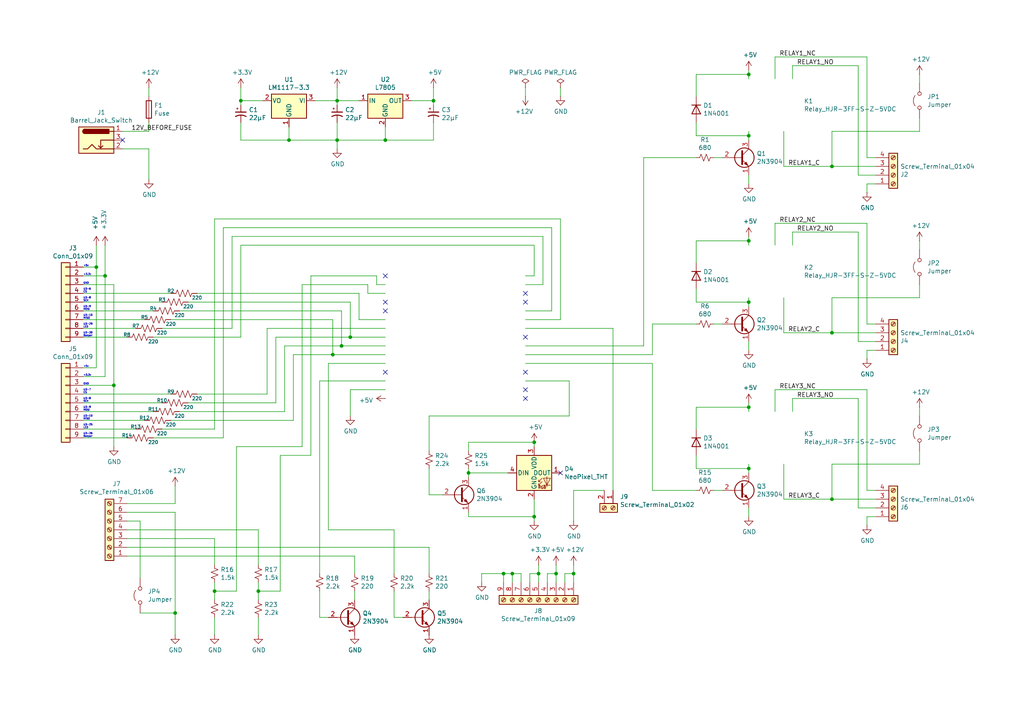
<source format=kicad_sch>
(kicad_sch (version 20250114) (generator "eeschema") (generator_version "9.0")
  (paper "A4")
  (lib_symbols
    (symbol "Connector:Barrel_Jack_Switch" (pin_names (hide yes))
      (property "Reference" "J" (at 0 5.334 0))
      (property "Value" "Barrel_Jack_Switch" (at 0 -5.08 0))
      (symbol "Barrel_Jack_Switch_1_1"
        (pin passive line (at 7.62 2.54 180) (length 2.54) (name "~") (number "1"))
        (pin passive line (at 7.62 0 180) (length 2.54) (name "~") (number "3"))
        (pin passive line (at 7.62 -2.54 180) (length 2.54) (name "~") (number "2"))
      )
    )
    (symbol "Connector:Screw_Terminal_01x02" (pin_names (offset 1.016) (hide yes))
      (property "Reference" "J" (at 0 2.54 0))
      (property "Value" "Screw_Terminal_01x02" (at 0 -5.08 0))
      (symbol "Screw_Terminal_01x02_1_1"
        (pin passive line (at -5.08 0 0) (length 3.81) (name "Pin_1") (number "1"))
        (pin passive line (at -5.08 -2.54 0) (length 3.81) (name "Pin_2") (number "2"))
      )
    )
    (symbol "Connector:Screw_Terminal_01x04" (pin_names (offset 1.016) (hide yes))
      (property "Reference" "J" (at 0 5.08 0))
      (property "Value" "Screw_Terminal_01x04" (at 0 -7.62 0))
      (symbol "Screw_Terminal_01x04_1_1"
        (pin passive line (at -5.08 2.54 0) (length 3.81) (name "Pin_1") (number "1"))
        (pin passive line (at -5.08 0 0) (length 3.81) (name "Pin_2") (number "2"))
        (pin passive line (at -5.08 -2.54 0) (length 3.81) (name "Pin_3") (number "3"))
        (pin passive line (at -5.08 -5.08 0) (length 3.81) (name "Pin_4") (number "4"))
      )
    )
    (symbol "Connector:Screw_Terminal_01x07" (pin_names (offset 1.016) (hide yes))
      (property "Reference" "J" (at 0 10.16 0))
      (property "Value" "Screw_Terminal_01x07" (at 0 -10.16 0))
      (symbol "Screw_Terminal_01x07_1_1"
        (pin passive line (at -5.08 7.62 0) (length 3.81) (name "Pin_1") (number "1"))
        (pin passive line (at -5.08 5.08 0) (length 3.81) (name "Pin_2") (number "2"))
        (pin passive line (at -5.08 2.54 0) (length 3.81) (name "Pin_3") (number "3"))
        (pin passive line (at -5.08 0 0) (length 3.81) (name "Pin_4") (number "4"))
        (pin passive line (at -5.08 -2.54 0) (length 3.81) (name "Pin_5") (number "5"))
        (pin passive line (at -5.08 -5.08 0) (length 3.81) (name "Pin_6") (number "6"))
        (pin passive line (at -5.08 -7.62 0) (length 3.81) (name "Pin_7") (number "7"))
      )
    )
    (symbol "Connector:Screw_Terminal_01x09" (pin_names (offset 1.016) (hide yes))
      (property "Reference" "J" (at 0 12.7 0))
      (property "Value" "Screw_Terminal_01x09" (at 0 -12.7 0))
      (symbol "Screw_Terminal_01x09_1_1"
        (pin passive line (at -5.08 10.16 0) (length 3.81) (name "Pin_1") (number "1"))
        (pin passive line (at -5.08 7.62 0) (length 3.81) (name "Pin_2") (number "2"))
        (pin passive line (at -5.08 5.08 0) (length 3.81) (name "Pin_3") (number "3"))
        (pin passive line (at -5.08 2.54 0) (length 3.81) (name "Pin_4") (number "4"))
        (pin passive line (at -5.08 0 0) (length 3.81) (name "Pin_5") (number "5"))
        (pin passive line (at -5.08 -2.54 0) (length 3.81) (name "Pin_6") (number "6"))
        (pin passive line (at -5.08 -5.08 0) (length 3.81) (name "Pin_7") (number "7"))
        (pin passive line (at -5.08 -7.62 0) (length 3.81) (name "Pin_8") (number "8"))
        (pin passive line (at -5.08 -10.16 0) (length 3.81) (name "Pin_9") (number "9"))
      )
    )
    (symbol "Connector_Generic:Conn_01x09" (pin_names (offset 1.016) (hide yes))
      (property "Reference" "J" (at 0 12.7 0))
      (property "Value" "Conn_01x09" (at 0 -12.7 0))
      (symbol "Conn_01x09_1_1"
        (pin passive line (at -5.08 10.16 0) (length 3.81) (name "Pin_1") (number "1"))
        (pin passive line (at -5.08 7.62 0) (length 3.81) (name "Pin_2") (number "2"))
        (pin passive line (at -5.08 5.08 0) (length 3.81) (name "Pin_3") (number "3"))
        (pin passive line (at -5.08 2.54 0) (length 3.81) (name "Pin_4") (number "4"))
        (pin passive line (at -5.08 0 0) (length 3.81) (name "Pin_5") (number "5"))
        (pin passive line (at -5.08 -2.54 0) (length 3.81) (name "Pin_6") (number "6"))
        (pin passive line (at -5.08 -5.08 0) (length 3.81) (name "Pin_7") (number "7"))
        (pin passive line (at -5.08 -7.62 0) (length 3.81) (name "Pin_8") (number "8"))
        (pin passive line (at -5.08 -10.16 0) (length 3.81) (name "Pin_9") (number "9"))
      )
    )
    (symbol "Device:CP1_Small" (pin_numbers (hide yes)) (pin_names (offset 0.254) (hide yes))
      (property "Reference" "C" (at 0.254 1.778 0))
      (property "Value" "Device_CP1_Small" (at 0.254 -2.032 0))
      (symbol "CP1_Small_1_1"
        (pin passive line (at 0 2.54 270) (length 2.032) (name "~") (number "1"))
        (pin passive line (at 0 -2.54 90) (length 2.032) (name "~") (number "2"))
      )
    )
    (symbol "Device:Fuse" (pin_numbers (hide yes)) (pin_names (offset 0))
      (property "Reference" "F" (at 2.032 0 90))
      (property "Value" "Fuse" (at -1.905 0 90))
      (symbol "Fuse_1_1"
        (pin passive line (at 0 3.81 270) (length 1.27) (name "~") (number "1"))
        (pin passive line (at 0 -3.81 90) (length 1.27) (name "~") (number "2"))
      )
    )
    (symbol "Device:R_Small_US" (pin_numbers (hide yes)) (pin_names (offset 0.254) (hide yes))
      (property "Reference" "R" (at 0.762 0.508 0))
      (property "Value" "R_Small_US" (at 0.762 -1.016 0))
      (symbol "R_Small_US_1_1"
        (pin passive line (at 0 2.54 270) (length 1.016) (name "~") (number "1"))
        (pin passive line (at 0 -2.54 90) (length 1.016) (name "~") (number "2"))
      )
    )
    (symbol "Device:R_US" (pin_numbers (hide yes)) (pin_names (offset 0))
      (property "Reference" "R" (at 2.54 0 90))
      (property "Value" "R_US" (at -2.54 0 90))
      (symbol "R_US_1_1"
        (pin passive line (at 0 3.81 270) (length 1.27) (name "~") (number "1"))
        (pin passive line (at 0 -3.81 90) (length 1.27) (name "~") (number "2"))
      )
    )
    (symbol "Diode:1N4001" (pin_numbers (hide yes)) (pin_names (hide yes))
      (property "Reference" "D" (at 0 2.54 0))
      (property "Value" "1N4001" (at 0 -2.54 0))
      (symbol "1N4001_1_1"
        (pin passive line (at -3.81 0 0) (length 2.54) (name "K") (number "1"))
        (pin passive line (at 3.81 0 180) (length 2.54) (name "A") (number "2"))
      )
    )
    (symbol "Jumper:Jumper_2_Open" (pin_numbers (hide yes)) (pin_names (offset 0) (hide yes))
      (property "Reference" "JP" (at 0 2.794 0))
      (property "Value" "Jumper_2_Open" (at 0 -2.286 0))
      (symbol "Jumper_2_Open_1_1"
        (pin passive line (at -5.08 0 0) (length 2.54) (name "A") (number "1"))
        (pin passive line (at 5.08 0 180) (length 2.54) (name "B") (number "2"))
      )
    )
    (symbol "LED:NeoPixel_THT" (pin_names (offset 0.254))
      (property "Reference" "D" (at 5.08 5.715 0))
      (property "Value" "NeoPixel_THT" (at 1.27 -5.715 0))
      (symbol "NeoPixel_THT_0_0"
        (text "RGB" (at 2.286 -4.191 0) (effects (font (size 0.762 0.762))))
      )
      (symbol "NeoPixel_THT_1_1"
        (pin input line (at -7.62 0 0) (length 2.54) (name "DIN") (number "4"))
        (pin power_in line (at 0 7.62 270) (length 2.54) (name "VDD") (number "3"))
        (pin power_in line (at 0 -7.62 90) (length 2.54) (name "GND") (number "2"))
        (pin output line (at 7.62 0 180) (length 2.54) (name "DOUT") (number "1"))
      )
    )
    (symbol "Regulator_Linear:L7805" (pin_names (offset 0.254))
      (property "Reference" "U" (at -3.81 3.175 0))
      (property "Value" "L7805" (at 0 3.175 0))
      (symbol "L7805_1_1"
        (pin power_in line (at -7.62 0 0) (length 2.54) (name "IN") (number "1"))
        (pin power_in line (at 0 -7.62 90) (length 2.54) (name "GND") (number "2"))
        (pin power_out line (at 7.62 0 180) (length 2.54) (name "OUT") (number "3"))
      )
    )
    (symbol "Regulator_Linear:LM1117-3.3" (pin_names (offset 0.254))
      (property "Reference" "U" (at -3.81 3.175 0))
      (property "Value" "Regulator_Linear_LM1117-3.3" (at 0 3.175 0))
      (symbol "LM1117-3.3_1_1"
        (pin power_in line (at -7.62 0 0) (length 2.54) (name "VI") (number "3"))
        (pin power_in line (at 0 -7.62 90) (length 2.54) (name "GND") (number "1"))
        (pin power_out line (at 7.62 0 180) (length 2.54) (name "VO") (number "2"))
      )
    )
    (symbol "Transistor_BJT:2N3904" (pin_names (offset 0) (hide yes))
      (property "Reference" "Q" (at 5.08 1.905 0))
      (property "Value" "2N3904" (at 5.08 0 0))
      (symbol "2N3904_1_1"
        (pin input line (at -5.08 0 0) (length 2.54) (name "B") (number "2"))
        (pin passive line (at 2.54 5.08 270) (length 2.54) (name "C") (number "3"))
        (pin passive line (at 2.54 -5.08 90) (length 2.54) (name "E") (number "1"))
      )
    )
    (symbol "power:+12V" (power) (pin_numbers (hide yes)) (pin_names (offset 0) (hide yes))
      (property "Value" "+12V" (at 0 3.556 0))
      (symbol "+12V_1_1"
        (pin power_in line (at 0 0 90) (length 0) (name "~") (number "1"))
      )
    )
    (symbol "power:+3.3V" (power) (pin_numbers (hide yes)) (pin_names (offset 0) (hide yes))
      (property "Value" "+3.3V" (at 0 3.556 0))
      (symbol "+3.3V_1_1"
        (pin power_in line (at 0 0 90) (length 0) (name "~") (number "1"))
      )
    )
    (symbol "power:+5V" (power) (pin_numbers (hide yes)) (pin_names (offset 0) (hide yes))
      (property "Value" "+5V" (at 0 3.556 0))
      (symbol "+5V_1_1"
        (pin power_in line (at 0 0 90) (length 0) (name "~") (number "1"))
      )
    )
    (symbol "power:GND" (power) (pin_numbers (hide yes)) (pin_names (offset 0) (hide yes))
      (property "Value" "GND" (at 0 -3.81 0))
      (symbol "GND_1_1"
        (pin power_in line (at 0 0 270) (length 0) (name "~") (number "1"))
      )
    )
    (symbol "power:PWR_FLAG" (power) (pin_numbers (hide yes)) (pin_names (offset 0) (hide yes))
      (property "Value" "PWR_FLAG" (at 0 3.81 0))
      (symbol "PWR_FLAG_0_0"
        (pin power_out line (at 0 0 90) (length 0) (name "~") (number "1"))
      )
    )
  )
  (text "+5v" (at 24.13 106.68 0) (effects (font (size 0.508 0.508)) (justify left bottom)))
  (text "+5v" (at 24.13 77.47 0) (effects (font (size 0.508 0.508)) (justify left bottom)))
  (text "U3-8\nSCK" (at 24.13 87.63 0) (effects (font (size 0.508 0.508)) (justify left bottom)))
  (text "U3-10\nMISO" (at 24.13 121.92 0) (effects (font (size 0.508 0.508)) (justify left bottom)))
  (text "U3-29\nLED" (at 24.13 95.25 0) (effects (font (size 0.508 0.508)) (justify left bottom)))
  (text "U3-30\nBeeper" (at 24.13 97.79 0) (effects (font (size 0.508 0.508)) (justify left bottom)))
  (text "+3.3v" (at 24.13 80.01 0) (effects (font (size 0.508 0.508)) (justify left bottom)))
  (text "U3-6\nCS" (at 24.13 85.09 0) (effects (font (size 0.508 0.508)) (justify left bottom)))
  (text "+3.3v" (at 24.13 109.22 0) (effects (font (size 0.508 0.508)) (justify left bottom)))
  (text "U3-7\nCS" (at 24.13 114.3 0) (effects (font (size 0.508 0.508)) (justify left bottom)))
  (text "GND" (at 24.13 111.76 0) (effects (font (size 0.508 0.508)) (justify left bottom)))
  (text "U3-9\nMOSI" (at 24.13 119.38 0) (effects (font (size 0.508 0.508)) (justify left bottom)))
  (text "GND" (at 24.13 82.55 0) (effects (font (size 0.508 0.508)) (justify left bottom)))
  (text "U3-26\nBeeper" (at 24.13 127 0) (effects (font (size 0.508 0.508)) (justify left bottom)))
  (text "U3-9\nMOSI" (at 24.13 90.17 0) (effects (font (size 0.508 0.508)) (justify left bottom)))
  (text "U3-10\nMISO" (at 24.13 92.71 0) (effects (font (size 0.508 0.508)) (justify left bottom)))
  (text "U3-25\nLED" (at 24.13 124.46 0) (effects (font (size 0.508 0.508)) (justify left bottom)))
  (text "U3-8\nSCK" (at 24.13 116.84 0) (effects (font (size 0.508 0.508)) (justify left bottom)))
  (junction (at 111.76 40.64))
  (junction (at 217.17 39.37))
  (junction (at 217.17 69.85))
  (junction (at 33.02 111.76))
  (junction (at 161.29 166.37))
  (junction (at 83.82 40.64))
  (junction (at 101.6 97.79))
  (junction (at 30.48 80.01))
  (junction (at 125.73 29.21))
  (junction (at 156.21 166.37))
  (junction (at 241.3 48.26))
  (junction (at 217.17 135.89))
  (junction (at 241.3 96.52))
  (junction (at 99.06 100.33))
  (junction (at 97.79 29.21))
  (junction (at 97.79 40.64))
  (junction (at 135.89 137.16))
  (junction (at 148.59 166.37))
  (junction (at 146.05 166.37))
  (junction (at 27.94 77.47))
  (junction (at 62.23 171.45))
  (junction (at 154.94 149.86))
  (junction (at 69.85 29.21))
  (junction (at 217.17 21.59))
  (junction (at 74.93 171.45))
  (junction (at 154.94 128.27))
  (junction (at 96.52 102.87))
  (junction (at 50.8 177.8))
  (junction (at 217.17 118.11))
  (junction (at 166.37 166.37))
  (junction (at 241.3 144.78))
  (junction (at 217.17 87.63))
  (no_connect (at 152.4 115.57))
  (no_connect (at 111.76 90.17))
  (no_connect (at 152.4 113.03))
  (no_connect (at 111.76 107.95))
  (no_connect (at 152.4 97.79))
  (no_connect (at 111.76 87.63))
  (no_connect (at 162.56 137.16))
  (no_connect (at 152.4 85.09))
  (no_connect (at 152.4 107.95))
  (no_connect (at 152.4 87.63))
  (no_connect (at 35.56 40.64))
  (no_connect (at 111.76 80.01))
  (wire (pts (xy 114.3 153.67) (xy 95.25 153.67)))
  (wire (pts (xy 153.67 166.37) (xy 156.21 166.37)))
  (wire (pts (xy 43.18 43.18) (xy 43.18 52.07)))
  (wire (pts (xy 74.93 171.45) (xy 81.28 171.45)))
  (wire (pts (xy 177.8 142.24) (xy 177.8 95.25)))
  (wire (pts (xy 217.17 135.89) (xy 217.17 137.16)))
  (wire (pts (xy 57.15 85.09) (xy 104.14 85.09)))
  (wire (pts (xy 162.56 63.5) (xy 62.23 63.5)))
  (wire (pts (xy 201.93 69.85) (xy 217.17 69.85)))
  (wire (pts (xy 101.6 87.63) (xy 101.6 97.79)))
  (wire (pts (xy 24.13 90.17) (xy 44.45 90.17)))
  (wire (pts (xy 76.2 29.21) (xy 69.85 29.21)))
  (wire (pts (xy 139.7 166.37) (xy 139.7 168.91)))
  (wire (pts (xy 62.23 124.46) (xy 46.99 124.46)))
  (wire (pts (xy 102.87 161.29) (xy 102.87 166.37)))
  (wire (pts (xy 229.87 19.05) (xy 229.87 22.86)))
  (wire (pts (xy 24.13 97.79) (xy 36.83 97.79)))
  (wire (pts (xy 151.13 168.91) (xy 151.13 166.37)))
  (wire (pts (xy 92.71 171.45) (xy 92.71 179.07)))
  (wire (pts (xy 24.13 111.76) (xy 33.02 111.76)))
  (wire (pts (xy 148.59 168.91) (xy 148.59 166.37)))
  (wire (pts (xy 152.4 92.71) (xy 162.56 92.71)))
  (wire (pts (xy 241.3 144.78) (xy 227.33 144.78)))
  (wire (pts (xy 74.93 171.45) (xy 74.93 173.99)))
  (wire (pts (xy 201.93 27.94) (xy 201.93 21.59)))
  (wire (pts (xy 189.23 142.24) (xy 201.93 142.24)))
  (wire (pts (xy 251.46 64.77) (xy 224.79 64.77)))
  (wire (pts (xy 77.47 114.3) (xy 77.47 95.25)))
  (wire (pts (xy 154.94 80.01) (xy 154.94 71.12)))
  (wire (pts (xy 30.48 80.01) (xy 24.13 80.01)))
  (wire (pts (xy 43.18 27.94) (xy 43.18 25.4)))
  (wire (pts (xy 36.83 153.67) (xy 74.93 153.67)))
  (wire (pts (xy 97.79 35.56) (xy 97.79 40.64)))
  (wire (pts (xy 74.93 168.91) (xy 74.93 171.45)))
  (wire (pts (xy 124.46 158.75) (xy 124.46 166.37)))
  (wire (pts (xy 104.14 85.09) (xy 104.14 92.71)))
  (wire (pts (xy 201.93 21.59) (xy 217.17 21.59)))
  (wire (pts (xy 69.85 30.48) (xy 69.85 29.21)))
  (wire (pts (xy 114.3 166.37) (xy 114.3 153.67)))
  (wire (pts (xy 101.6 113.03) (xy 101.6 120.65)))
  (wire (pts (xy 207.01 45.72) (xy 209.55 45.72)))
  (wire (pts (xy 30.48 71.12) (xy 30.48 80.01)))
  (wire (pts (xy 166.37 142.24) (xy 166.37 151.13)))
  (wire (pts (xy 74.93 179.07) (xy 74.93 184.15)))
  (wire (pts (xy 97.79 25.4) (xy 97.79 29.21)))
  (wire (pts (xy 109.22 82.55) (xy 111.76 82.55)))
  (wire (pts (xy 96.52 92.71) (xy 96.52 102.87)))
  (wire (pts (xy 254 96.52) (xy 241.3 96.52)))
  (wire (pts (xy 92.71 179.07) (xy 95.25 179.07)))
  (wire (pts (xy 24.13 127) (xy 36.83 127)))
  (wire (pts (xy 227.33 144.78) (xy 227.33 134.62)))
  (wire (pts (xy 217.17 135.89) (xy 201.93 135.89)))
  (wire (pts (xy 241.3 86.36) (xy 266.7 86.36)))
  (wire (pts (xy 95.25 105.41) (xy 111.76 105.41)))
  (wire (pts (xy 166.37 163.83) (xy 166.37 166.37)))
  (wire (pts (xy 87.63 82.55) (xy 106.68 82.55)))
  (wire (pts (xy 224.79 64.77) (xy 224.79 71.12)))
  (wire (pts (xy 40.64 151.13) (xy 36.83 151.13)))
  (wire (pts (xy 125.73 29.21) (xy 125.73 25.4)))
  (wire (pts (xy 207.01 93.98) (xy 209.55 93.98)))
  (wire (pts (xy 152.4 25.4) (xy 152.4 27.94)))
  (wire (pts (xy 248.92 67.31) (xy 229.87 67.31)))
  (wire (pts (xy 101.6 97.79) (xy 111.76 97.79)))
  (wire (pts (xy 241.3 144.78) (xy 241.3 134.62)))
  (wire (pts (xy 254 93.98) (xy 251.46 93.98)))
  (wire (pts (xy 224.79 113.03) (xy 224.79 119.38)))
  (wire (pts (xy 90.17 80.01) (xy 109.22 80.01)))
  (wire (pts (xy 24.13 116.84) (xy 46.99 116.84)))
  (wire (pts (xy 186.69 100.33) (xy 186.69 45.72)))
  (wire (pts (xy 80.01 116.84) (xy 80.01 97.79)))
  (wire (pts (xy 217.17 86.36) (xy 217.17 87.63)))
  (wire (pts (xy 68.58 171.45) (xy 68.58 129.54)))
  (wire (pts (xy 49.53 92.71) (xy 96.52 92.71)))
  (wire (pts (xy 254 142.24) (xy 251.46 142.24)))
  (wire (pts (xy 217.17 87.63) (xy 201.93 87.63)))
  (wire (pts (xy 266.7 118.11) (xy 266.7 120.65)))
  (wire (pts (xy 161.29 166.37) (xy 161.29 163.83)))
  (wire (pts (xy 62.23 63.5) (xy 62.23 124.46)))
  (wire (pts (xy 92.71 110.49) (xy 111.76 110.49)))
  (wire (pts (xy 50.8 177.8) (xy 50.8 184.15)))
  (wire (pts (xy 248.92 115.57) (xy 229.87 115.57)))
  (wire (pts (xy 96.52 102.87) (xy 111.76 102.87)))
  (wire (pts (xy 82.55 100.33) (xy 99.06 100.33)))
  (wire (pts (xy 104.14 92.71) (xy 111.76 92.71)))
  (wire (pts (xy 177.8 95.25) (xy 152.4 95.25)))
  (wire (pts (xy 69.85 71.12) (xy 69.85 97.79)))
  (wire (pts (xy 69.85 97.79) (xy 44.45 97.79)))
  (wire (pts (xy 67.31 68.58) (xy 67.31 95.25)))
  (wire (pts (xy 158.75 168.91) (xy 158.75 166.37)))
  (wire (pts (xy 36.83 158.75) (xy 124.46 158.75)))
  (wire (pts (xy 62.23 179.07) (xy 62.23 184.15)))
  (wire (pts (xy 81.28 132.08) (xy 90.17 132.08)))
  (wire (pts (xy 152.4 90.17) (xy 160.02 90.17)))
  (wire (pts (xy 50.8 146.05) (xy 36.83 146.05)))
  (wire (pts (xy 39.37 124.46) (xy 24.13 124.46)))
  (wire (pts (xy 62.23 171.45) (xy 62.23 173.99)))
  (wire (pts (xy 43.18 38.1) (xy 43.18 35.56)))
  (wire (pts (xy 229.87 67.31) (xy 229.87 71.12)))
  (wire (pts (xy 146.05 166.37) (xy 139.7 166.37)))
  (wire (pts (xy 124.46 120.65) (xy 165.1 120.65)))
  (wire (pts (xy 99.06 100.33) (xy 111.76 100.33)))
  (wire (pts (xy 227.33 48.26) (xy 227.33 38.1)))
  (wire (pts (xy 217.17 39.37) (xy 201.93 39.37)))
  (wire (pts (xy 201.93 39.37) (xy 201.93 35.56)))
  (wire (pts (xy 189.23 102.87) (xy 189.23 93.98)))
  (wire (pts (xy 33.02 82.55) (xy 33.02 111.76)))
  (wire (pts (xy 85.09 121.92) (xy 85.09 102.87)))
  (wire (pts (xy 82.55 119.38) (xy 82.55 100.33)))
  (wire (pts (xy 251.46 16.51) (xy 224.79 16.51)))
  (wire (pts (xy 154.94 71.12) (xy 69.85 71.12)))
  (wire (pts (xy 254 147.32) (xy 248.92 147.32)))
  (wire (pts (xy 135.89 148.59) (xy 135.89 149.86)))
  (wire (pts (xy 241.3 96.52) (xy 227.33 96.52)))
  (wire (pts (xy 152.4 110.49) (xy 165.1 110.49)))
  (wire (pts (xy 54.61 116.84) (xy 80.01 116.84)))
  (wire (pts (xy 135.89 137.16) (xy 135.89 138.43)))
  (wire (pts (xy 266.7 86.36) (xy 266.7 82.55)))
  (wire (pts (xy 36.83 161.29) (xy 102.87 161.29)))
  (wire (pts (xy 207.01 142.24) (xy 209.55 142.24)))
  (wire (pts (xy 201.93 124.46) (xy 201.93 118.11)))
  (wire (pts (xy 74.93 153.67) (xy 74.93 163.83)))
  (wire (pts (xy 69.85 29.21) (xy 69.85 25.4)))
  (wire (pts (xy 106.68 82.55) (xy 106.68 85.09)))
  (wire (pts (xy 160.02 90.17) (xy 160.02 66.04)))
  (wire (pts (xy 27.94 77.47) (xy 24.13 77.47)))
  (wire (pts (xy 254 50.8) (xy 248.92 50.8)))
  (wire (pts (xy 90.17 132.08) (xy 90.17 80.01)))
  (wire (pts (xy 64.77 127) (xy 44.45 127)))
  (wire (pts (xy 157.48 68.58) (xy 67.31 68.58)))
  (wire (pts (xy 224.79 16.51) (xy 224.79 22.86)))
  (wire (pts (xy 248.92 50.8) (xy 248.92 19.05)))
  (wire (pts (xy 49.53 121.92) (xy 85.09 121.92)))
  (wire (pts (xy 57.15 114.3) (xy 77.47 114.3)))
  (wire (pts (xy 125.73 35.56) (xy 125.73 40.64)))
  (wire (pts (xy 81.28 171.45) (xy 81.28 132.08)))
  (wire (pts (xy 52.07 90.17) (xy 99.06 90.17)))
  (wire (pts (xy 217.17 39.37) (xy 217.17 40.64)))
  (wire (pts (xy 163.83 168.91) (xy 163.83 166.37)))
  (wire (pts (xy 217.17 101.6) (xy 217.17 99.06)))
  (wire (pts (xy 106.68 85.09) (xy 111.76 85.09)))
  (wire (pts (xy 114.3 171.45) (xy 114.3 179.07)))
  (wire (pts (xy 241.3 134.62) (xy 266.7 134.62)))
  (wire (pts (xy 189.23 105.41) (xy 189.23 142.24)))
  (wire (pts (xy 27.94 106.68) (xy 24.13 106.68)))
  (wire (pts (xy 85.09 102.87) (xy 96.52 102.87)))
  (wire (pts (xy 152.4 100.33) (xy 186.69 100.33)))
  (wire (pts (xy 27.94 77.47) (xy 27.94 106.68)))
  (wire (pts (xy 251.46 149.86) (xy 251.46 152.4)))
  (wire (pts (xy 266.7 134.62) (xy 266.7 130.81)))
  (wire (pts (xy 92.71 166.37) (xy 92.71 110.49)))
  (wire (pts (xy 50.8 148.59) (xy 50.8 177.8)))
  (wire (pts (xy 254 149.86) (xy 251.46 149.86)))
  (wire (pts (xy 52.07 119.38) (xy 82.55 119.38)))
  (wire (pts (xy 111.76 113.03) (xy 101.6 113.03)))
  (wire (pts (xy 217.17 118.11) (xy 217.17 119.38)))
  (wire (pts (xy 201.93 93.98) (xy 189.23 93.98)))
  (wire (pts (xy 24.13 85.09) (xy 49.53 85.09)))
  (wire (pts (xy 217.17 68.58) (xy 217.17 69.85)))
  (wire (pts (xy 148.59 166.37) (xy 146.05 166.37)))
  (wire (pts (xy 241.3 96.52) (xy 241.3 86.36)))
  (wire (pts (xy 135.89 135.89) (xy 135.89 137.16)))
  (wire (pts (xy 162.56 92.71) (xy 162.56 63.5)))
  (wire (pts (xy 217.17 87.63) (xy 217.17 88.9)))
  (wire (pts (xy 154.94 129.54) (xy 154.94 128.27)))
  (wire (pts (xy 50.8 148.59) (xy 36.83 148.59)))
  (wire (pts (xy 175.26 142.24) (xy 166.37 142.24)))
  (wire (pts (xy 99.06 90.17) (xy 99.06 100.33)))
  (wire (pts (xy 33.02 111.76) (xy 33.02 129.54)))
  (wire (pts (xy 35.56 38.1) (xy 43.18 38.1)))
  (wire (pts (xy 156.21 168.91) (xy 156.21 166.37)))
  (wire (pts (xy 254 45.72) (xy 251.46 45.72)))
  (wire (pts (xy 62.23 171.45) (xy 68.58 171.45)))
  (wire (pts (xy 248.92 19.05) (xy 229.87 19.05)))
  (wire (pts (xy 241.3 38.1) (xy 266.7 38.1)))
  (wire (pts (xy 30.48 109.22) (xy 24.13 109.22)))
  (wire (pts (xy 251.46 101.6) (xy 251.46 104.14)))
  (wire (pts (xy 152.4 105.41) (xy 189.23 105.41)))
  (wire (pts (xy 97.79 43.18) (xy 97.79 40.64)))
  (wire (pts (xy 254 101.6) (xy 251.46 101.6)))
  (wire (pts (xy 97.79 40.64) (xy 111.76 40.64)))
  (wire (pts (xy 40.64 177.8) (xy 50.8 177.8)))
  (wire (pts (xy 248.92 99.06) (xy 248.92 67.31)))
  (wire (pts (xy 24.13 95.25) (xy 39.37 95.25)))
  (wire (pts (xy 266.7 38.1) (xy 266.7 34.29)))
  (wire (pts (xy 251.46 142.24) (xy 251.46 113.03)))
  (wire (pts (xy 147.32 137.16) (xy 135.89 137.16)))
  (wire (pts (xy 153.67 168.91) (xy 153.67 166.37)))
  (wire (pts (xy 241.3 48.26) (xy 241.3 38.1)))
  (wire (pts (xy 125.73 30.48) (xy 125.73 29.21)))
  (wire (pts (xy 186.69 45.72) (xy 201.93 45.72)))
  (wire (pts (xy 24.13 114.3) (xy 49.53 114.3)))
  (wire (pts (xy 50.8 146.05) (xy 50.8 140.97)))
  (wire (pts (xy 154.94 128.27) (xy 135.89 128.27)))
  (wire (pts (xy 119.38 29.21) (xy 125.73 29.21)))
  (wire (pts (xy 162.56 25.4) (xy 162.56 27.94)))
  (wire (pts (xy 227.33 96.52) (xy 227.33 86.36)))
  (wire (pts (xy 35.56 43.18) (xy 43.18 43.18)))
  (wire (pts (xy 77.47 95.25) (xy 111.76 95.25)))
  (wire (pts (xy 251.46 93.98) (xy 251.46 64.77)))
  (wire (pts (xy 135.89 128.27) (xy 135.89 130.81)))
  (wire (pts (xy 97.79 29.21) (xy 104.14 29.21)))
  (wire (pts (xy 109.22 80.01) (xy 109.22 82.55)))
  (wire (pts (xy 160.02 66.04) (xy 64.77 66.04)))
  (wire (pts (xy 217.17 21.59) (xy 217.17 22.86)))
  (wire (pts (xy 80.01 97.79) (xy 101.6 97.79)))
  (wire (pts (xy 27.94 71.12) (xy 27.94 77.47)))
  (wire (pts (xy 95.25 153.67) (xy 95.25 105.41)))
  (wire (pts (xy 217.17 134.62) (xy 217.17 135.89)))
  (wire (pts (xy 124.46 135.89) (xy 124.46 143.51)))
  (wire (pts (xy 111.76 40.64) (xy 111.76 36.83)))
  (wire (pts (xy 135.89 149.86) (xy 154.94 149.86)))
  (wire (pts (xy 254 53.34) (xy 251.46 53.34)))
  (wire (pts (xy 217.17 149.86) (xy 217.17 147.32)))
  (wire (pts (xy 229.87 115.57) (xy 229.87 119.38)))
  (wire (pts (xy 146.05 168.91) (xy 146.05 166.37)))
  (wire (pts (xy 40.64 167.64) (xy 40.64 151.13)))
  (wire (pts (xy 54.61 87.63) (xy 101.6 87.63)))
  (wire (pts (xy 254 99.06) (xy 248.92 99.06)))
  (wire (pts (xy 30.48 80.01) (xy 30.48 109.22)))
  (wire (pts (xy 156.21 166.37) (xy 156.21 163.83)))
  (wire (pts (xy 251.46 53.34) (xy 251.46 55.88)))
  (wire (pts (xy 46.99 87.63) (xy 24.13 87.63)))
  (wire (pts (xy 251.46 45.72) (xy 251.46 16.51)))
  (wire (pts (xy 217.17 116.84) (xy 217.17 118.11)))
  (wire (pts (xy 266.7 21.59) (xy 266.7 24.13)))
  (wire (pts (xy 241.3 48.26) (xy 227.33 48.26)))
  (wire (pts (xy 165.1 120.65) (xy 165.1 110.49)))
  (wire (pts (xy 154.94 149.86) (xy 154.94 151.13)))
  (wire (pts (xy 62.23 156.21) (xy 62.23 163.83)))
  (wire (pts (xy 161.29 168.91) (xy 161.29 166.37)))
  (wire (pts (xy 254 48.26) (xy 241.3 48.26)))
  (wire (pts (xy 166.37 166.37) (xy 166.37 168.91)))
  (wire (pts (xy 67.31 95.25) (xy 46.99 95.25)))
  (wire (pts (xy 24.13 92.71) (xy 41.91 92.71)))
  (wire (pts (xy 157.48 82.55) (xy 157.48 68.58)))
  (wire (pts (xy 102.87 171.45) (xy 102.87 173.99)))
  (wire (pts (xy 152.4 82.55) (xy 157.48 82.55)))
  (wire (pts (xy 97.79 30.48) (xy 97.79 29.21)))
  (wire (pts (xy 217.17 38.1) (xy 217.17 39.37)))
  (wire (pts (xy 254 144.78) (xy 241.3 144.78)))
  (wire (pts (xy 217.17 53.34) (xy 217.17 50.8)))
  (wire (pts (xy 36.83 156.21) (xy 62.23 156.21)))
  (wire (pts (xy 158.75 166.37) (xy 161.29 166.37)))
  (wire (pts (xy 201.93 118.11) (xy 217.17 118.11)))
  (wire (pts (xy 24.13 121.92) (xy 41.91 121.92)))
  (wire (pts (xy 124.46 171.45) (xy 124.46 173.99)))
  (wire (pts (xy 217.17 20.32) (xy 217.17 21.59)))
  (wire (pts (xy 114.3 179.07) (xy 116.84 179.07)))
  (wire (pts (xy 62.23 168.91) (xy 62.23 171.45)))
  (wire (pts (xy 248.92 147.32) (xy 248.92 115.57)))
  (wire (pts (xy 24.13 119.38) (xy 44.45 119.38)))
  (wire (pts (xy 124.46 143.51) (xy 128.27 143.51)))
  (wire (pts (xy 68.58 129.54) (xy 87.63 129.54)))
  (wire (pts (xy 83.82 36.83) (xy 83.82 40.64)))
  (wire (pts (xy 154.94 144.78) (xy 154.94 149.86)))
  (wire (pts (xy 266.7 69.85) (xy 266.7 72.39)))
  (wire (pts (xy 64.77 66.04) (xy 64.77 127)))
  (wire (pts (xy 87.63 129.54) (xy 87.63 82.55)))
  (wire (pts (xy 69.85 35.56) (xy 69.85 40.64)))
  (wire (pts (xy 201.93 87.63) (xy 201.93 83.82)))
  (wire (pts (xy 24.13 82.55) (xy 33.02 82.55)))
  (wire (pts (xy 83.82 40.64) (xy 97.79 40.64)))
  (wire (pts (xy 152.4 80.01) (xy 154.94 80.01)))
  (wire (pts (xy 163.83 166.37) (xy 166.37 166.37)))
  (wire (pts (xy 217.17 69.85) (xy 217.17 71.12)))
  (wire (pts (xy 151.13 166.37) (xy 148.59 166.37)))
  (wire (pts (xy 69.85 40.64) (xy 83.82 40.64)))
  (wire (pts (xy 124.46 130.81) (xy 124.46 120.65)))
  (wire (pts (xy 201.93 135.89) (xy 201.93 132.08)))
  (wire (pts (xy 125.73 40.64) (xy 111.76 40.64)))
  (wire (pts (xy 152.4 102.87) (xy 189.23 102.87)))
  (wire (pts (xy 97.79 29.21) (xy 91.44 29.21)))
  (wire (pts (xy 251.46 113.03) (xy 224.79 113.03)))
  (wire (pts (xy 201.93 76.2) (xy 201.93 69.85)))
  (label "RELAY1_NC" (at 226.06 16.51 0))
  (label "RELAY3_NO" (at 231.14 115.57 0))
  (label "RELAY2_C" (at 228.6 96.52 0))
  (label "RELAY3_C" (at 228.6 144.78 0))
  (label "RELAY1_NO" (at 231.14 19.05 0))
  (label "RELAY3_NC" (at 226.06 113.03 0))
  (label "RELAY2_NO" (at 231.14 67.31 0))
  (label "RELAY2_NC" (at 226.06 64.77 0))
  (label "12V_BEFORE_FUSE" (at 38.1 38.1 0))
  (label "RELAY1_C" (at 228.6 48.26 0))
  (symbol (lib_id "Regulator_Linear:L7805") (at 111.76 29.21 0) (unit 1)
    (property "Reference" "U2" (at 111.76 23.0632 0))
    (property "Value" "L7805" (at 111.76 25.3746 0))
    (property "Footprint" "Package_TO_SOT_THT:TO-220-3_Vertical" (effects (hide yes)))
    (property "Datasheet" "http://www.st.com/content/ccc/resource/technical/document/datasheet/41/4f/b3/b0/12/d4/47/88/CD00000444.pdf/files/CD00000444.pdf/jcr:content/translations/en.CD00000444.pdf" (effects (hide yes)))
  )
  (symbol (lib_id "Connector:Barrel_Jack_Switch") (at 27.94 40.64 0) (unit 1)
    (property "Reference" "J1" (at 29.3878 32.5882 0))
    (property "Value" "Barrel_Jack_Switch" (at 29.3878 34.8996 0))
    (property "Footprint" "Connector_BarrelJack:BarrelJack_Horizontal" (effects (hide yes)))
  )
  (symbol (lib_id "power:+5V") (at 125.73 25.4 0) (unit 1)
    (property "Reference" "#PWR06" (effects (hide yes)))
    (property "Value" "+5V" (at 126.111 21.0058 0))
  )
  (symbol (lib_id "power:+12V") (at 97.79 25.4 0) (unit 1)
    (property "Reference" "#PWR05" (effects (hide yes)))
    (property "Value" "+12V" (at 98.171 21.0058 0))
  )
  (symbol (lib_id "power:GND") (at 43.18 52.07 0) (unit 1)
    (property "Reference" "#PWR08" (effects (hide yes)))
    (property "Value" "GND" (at 43.307 56.4642 0))
  )
  (symbol (lib_id "Device:CP1_Small") (at 97.79 33.02 0) (unit 1)
    (property "Reference" "C2" (at 100.1014 31.8516 0) (effects (justify left)))
    (property "Value" "22µF" (at 100.1014 34.163 0) (effects (justify left)))
    (property "Footprint" "Capacitor_THT:CP_Radial_D5.0mm_P2.00mm" (effects (hide yes)))
  )
  (symbol (lib_id "Device:CP1_Small") (at 125.73 33.02 0) (unit 1)
    (property "Reference" "C3" (at 128.0414 31.8516 0) (effects (justify left)))
    (property "Value" "22µF" (at 128.0414 34.163 0) (effects (justify left)))
    (property "Footprint" "Capacitor_THT:CP_Radial_D5.0mm_P2.00mm" (effects (hide yes)))
  )
  (symbol (lib_id "power:GND") (at 101.6 120.65 0) (unit 1)
    (property "Reference" "#PWR019" (effects (hide yes)))
    (property "Value" "GND" (at 101.727 125.0442 0))
  )
  (symbol (lib_id "power:+5V") (at 111.76 115.57 90) (unit 1)
    (property "Reference" "#PWR020" (effects (hide yes)))
    (property "Value" "+5V" (at 104.14 116.84 90) (effects (justify right top)))
  )
  (symbol (lib_id "heimdall_insideboard-rescue:Relay_HJR-3FF-S-Z-5VDC-Javawizard_Common_Schematic_Symbols-heimdall_insideboard-rescue") (at 223.52 16.51 0) (unit 1)
    (property "Reference" "K1" (at 233.172 29.3116 0) (effects (justify left)))
    (property "Value" "Relay_HJR-3FF-S-Z-5VDC" (at 233.172 31.623 0) (effects (justify left)))
    (property "Footprint" "Javawizard_Common_Footprints:JW_Relay_Tianbo_HJR_3FF" (effects (hide yes)))
  )
  (symbol (lib_id "Diode:1N4001") (at 201.93 31.75 270) (unit 1)
    (property "Reference" "D1" (at 203.962 30.5816 90) (effects (justify left)))
    (property "Value" "1N4001" (at 203.962 32.893 90) (effects (justify left)))
    (property "Footprint" "Diode_THT:D_DO-41_SOD81_P10.16mm_Horizontal" (effects (hide yes)))
    (property "Datasheet" "http://www.vishay.com/docs/88503/1n4001.pdf" (effects (hide yes)))
  )
  (symbol (lib_id "Transistor_BJT:2N3904") (at 214.63 45.72 0) (unit 1)
    (property "Reference" "Q1" (at 219.456 44.5516 0) (effects (justify left)))
    (property "Value" "2N3904" (at 219.456 46.863 0) (effects (justify left)))
    (property "Footprint" "Package_TO_SOT_THT:TO-92_Inline_Wide" (effects (hide yes)))
    (property "Datasheet" "https://www.fairchildsemi.com/datasheets/2N/2N3904.pdf" (effects (hide yes)))
  )
  (symbol (lib_id "power:+5V") (at 217.17 20.32 0) (unit 1)
    (property "Reference" "#PWR01" (effects (hide yes)))
    (property "Value" "+5V" (at 217.551 15.9258 0))
  )
  (symbol (lib_id "power:GND") (at 217.17 53.34 0) (unit 1)
    (property "Reference" "#PWR09" (effects (hide yes)))
    (property "Value" "GND" (at 217.297 57.7342 0))
  )
  (symbol (lib_id "Device:R_Small_US") (at 204.47 45.72 270) (unit 1)
    (property "Reference" "R1" (at 204.47 40.513 90))
    (property "Value" "680" (at 204.47 42.8244 90))
    (property "Footprint" "Resistor_THT:R_Axial_DIN0207_L6.3mm_D2.5mm_P10.16mm_Horizontal" (effects (hide yes)))
  )
  (symbol (lib_id "Connector_Generic:Conn_01x09") (at 19.05 87.63 0) (mirror y) (unit 1)
    (property "Reference" "J3" (at 21.1328 71.9582 0))
    (property "Value" "Conn_01x09" (at 21.1328 74.2696 0))
    (property "Footprint" "Connector_PinHeader_2.54mm:PinHeader_1x09_P2.54mm_Vertical" (effects (hide yes)))
  )
  (symbol (lib_id "Connector:Screw_Terminal_01x04") (at 259.08 50.8 0) (mirror x) (unit 1)
    (property "Reference" "J2" (at 261.112 50.5968 0) (effects (justify left)))
    (property "Value" "Screw_Terminal_01x04" (at 261.112 48.2854 0) (effects (justify left)))
    (property "Footprint" "Javawizard_Common_Footprints:PinHeader_JW_1x04_P5.00mm_Vertical" (effects (hide yes)))
  )
  (symbol (lib_id "power:GND") (at 251.46 55.88 0) (unit 1)
    (property "Reference" "#PWR010" (effects (hide yes)))
    (property "Value" "GND" (at 251.587 60.2742 0))
  )
  (symbol (lib_id "Jumper:Jumper_2_Open") (at 266.7 29.21 90) (unit 1)
    (property "Reference" "JP1" (at 268.9352 28.0416 90) (effects (justify right)))
    (property "Value" "Jumper" (at 268.9352 30.353 90) (effects (justify right)))
    (property "Footprint" "Connector_PinHeader_2.54mm:PinHeader_1x02_P2.54mm_Vertical" (effects (hide yes)))
  )
  (symbol (lib_id "power:+12V") (at 266.7 21.59 0) (unit 1)
    (property "Reference" "#PWR02" (effects (hide yes)))
    (property "Value" "+12V" (at 267.081 17.1958 0))
  )
  (symbol (lib_id "Connector:Screw_Terminal_01x02") (at 177.8 147.32 270) (unit 1)
    (property "Reference" "J9" (at 179.832 144.0688 90) (effects (justify left)))
    (property "Value" "Screw_Terminal_01x02" (at 179.832 146.3802 90) (effects (justify left)))
    (property "Footprint" "Javawizard_Common_Footprints:PinHeader_JW_1x02_P5.00mm_Vertical" (effects (hide yes)))
  )
  (symbol (lib_id "power:GND") (at 166.37 151.13 0) (unit 1)
    (property "Reference" "#PWR0103" (effects (hide yes)))
    (property "Value" "GND" (at 166.497 155.5242 0))
  )
  (symbol (lib_id "heimdall_insideboard-rescue:Relay_HJR-3FF-S-Z-5VDC-Javawizard_Common_Schematic_Symbols-heimdall_insideboard-rescue") (at 223.52 64.77 0) (unit 1)
    (property "Reference" "K2" (at 233.172 77.5716 0) (effects (justify left)))
    (property "Value" "Relay_HJR-3FF-S-Z-5VDC" (at 233.172 79.883 0) (effects (justify left)))
    (property "Footprint" "Javawizard_Common_Footprints:JW_Relay_Tianbo_HJR_3FF" (effects (hide yes)))
  )
  (symbol (lib_id "Diode:1N4001") (at 201.93 80.01 270) (unit 1)
    (property "Reference" "D2" (at 203.962 78.8416 90) (effects (justify left)))
    (property "Value" "1N4001" (at 203.962 81.153 90) (effects (justify left)))
    (property "Footprint" "Diode_THT:D_DO-41_SOD81_P10.16mm_Horizontal" (effects (hide yes)))
    (property "Datasheet" "http://www.vishay.com/docs/88503/1n4001.pdf" (effects (hide yes)))
  )
  (symbol (lib_id "Transistor_BJT:2N3904") (at 214.63 93.98 0) (unit 1)
    (property "Reference" "Q2" (at 219.456 92.8116 0) (effects (justify left)))
    (property "Value" "2N3904" (at 219.456 95.123 0) (effects (justify left)))
    (property "Footprint" "Package_TO_SOT_THT:TO-92_Inline_Wide" (effects (hide yes)))
    (property "Datasheet" "https://www.fairchildsemi.com/datasheets/2N/2N3904.pdf" (effects (hide yes)))
  )
  (symbol (lib_id "power:+5V") (at 217.17 68.58 0) (unit 1)
    (property "Reference" "#PWR011" (effects (hide yes)))
    (property "Value" "+5V" (at 217.551 64.1858 0))
  )
  (symbol (lib_id "power:GND") (at 217.17 101.6 0) (unit 1)
    (property "Reference" "#PWR015" (effects (hide yes)))
    (property "Value" "GND" (at 217.297 105.9942 0))
  )
  (symbol (lib_id "Device:R_Small_US") (at 204.47 93.98 270) (unit 1)
    (property "Reference" "R6" (at 204.47 88.773 90))
    (property "Value" "680" (at 204.47 91.0844 90))
    (property "Footprint" "Resistor_THT:R_Axial_DIN0207_L6.3mm_D2.5mm_P10.16mm_Horizontal" (effects (hide yes)))
  )
  (symbol (lib_id "Connector:Screw_Terminal_01x04") (at 259.08 99.06 0) (mirror x) (unit 1)
    (property "Reference" "J4" (at 261.112 98.8568 0) (effects (justify left)))
    (property "Value" "Screw_Terminal_01x04" (at 261.112 96.5454 0) (effects (justify left)))
    (property "Footprint" "Javawizard_Common_Footprints:PinHeader_JW_1x04_P5.00mm_Vertical" (effects (hide yes)))
  )
  (symbol (lib_id "power:GND") (at 251.46 104.14 0) (unit 1)
    (property "Reference" "#PWR016" (effects (hide yes)))
    (property "Value" "GND" (at 251.587 108.5342 0))
  )
  (symbol (lib_id "Jumper:Jumper_2_Open") (at 266.7 77.47 90) (unit 1)
    (property "Reference" "JP2" (at 268.9352 76.3016 90) (effects (justify right)))
    (property "Value" "Jumper" (at 268.9352 78.613 90) (effects (justify right)))
    (property "Footprint" "Connector_PinHeader_2.54mm:PinHeader_1x02_P2.54mm_Vertical" (effects (hide yes)))
  )
  (symbol (lib_id "power:+12V") (at 266.7 69.85 0) (unit 1)
    (property "Reference" "#PWR012" (effects (hide yes)))
    (property "Value" "+12V" (at 267.081 65.4558 0))
  )
  (symbol (lib_id "heimdall_insideboard-rescue:Relay_HJR-3FF-S-Z-5VDC-Javawizard_Common_Schematic_Symbols-heimdall_insideboard-rescue") (at 223.52 113.03 0) (unit 1)
    (property "Reference" "K3" (at 233.172 125.8316 0) (effects (justify left)))
    (property "Value" "Relay_HJR-3FF-S-Z-5VDC" (at 233.172 128.143 0) (effects (justify left)))
    (property "Footprint" "Javawizard_Common_Footprints:JW_Relay_Tianbo_HJR_3FF" (effects (hide yes)))
  )
  (symbol (lib_id "Diode:1N4001") (at 201.93 128.27 270) (unit 1)
    (property "Reference" "D3" (at 203.962 127.1016 90) (effects (justify left)))
    (property "Value" "1N4001" (at 203.962 129.413 90) (effects (justify left)))
    (property "Footprint" "Diode_THT:D_DO-41_SOD81_P10.16mm_Horizontal" (effects (hide yes)))
    (property "Datasheet" "http://www.vishay.com/docs/88503/1n4001.pdf" (effects (hide yes)))
  )
  (symbol (lib_id "Transistor_BJT:2N3904") (at 214.63 142.24 0) (unit 1)
    (property "Reference" "Q3" (at 219.456 141.0716 0) (effects (justify left)))
    (property "Value" "2N3904" (at 219.456 143.383 0) (effects (justify left)))
    (property "Footprint" "Package_TO_SOT_THT:TO-92_Inline_Wide" (effects (hide yes)))
    (property "Datasheet" "https://www.fairchildsemi.com/datasheets/2N/2N3904.pdf" (effects (hide yes)))
  )
  (symbol (lib_id "power:+5V") (at 217.17 116.84 0) (unit 1)
    (property "Reference" "#PWR017" (effects (hide yes)))
    (property "Value" "+5V" (at 217.551 112.4458 0))
  )
  (symbol (lib_id "power:GND") (at 217.17 149.86 0) (unit 1)
    (property "Reference" "#PWR023" (effects (hide yes)))
    (property "Value" "GND" (at 217.297 154.2542 0))
  )
  (symbol (lib_id "Device:R_Small_US") (at 204.47 142.24 270) (unit 1)
    (property "Reference" "R15" (at 204.47 137.033 90))
    (property "Value" "680" (at 204.47 139.3444 90))
    (property "Footprint" "Resistor_THT:R_Axial_DIN0207_L6.3mm_D2.5mm_P10.16mm_Horizontal" (effects (hide yes)))
  )
  (symbol (lib_id "Connector:Screw_Terminal_01x04") (at 259.08 147.32 0) (mirror x) (unit 1)
    (property "Reference" "J6" (at 261.112 147.1168 0) (effects (justify left)))
    (property "Value" "Screw_Terminal_01x04" (at 261.112 144.8054 0) (effects (justify left)))
    (property "Footprint" "Javawizard_Common_Footprints:PinHeader_JW_1x04_P5.00mm_Vertical" (effects (hide yes)))
  )
  (symbol (lib_id "power:GND") (at 251.46 152.4 0) (unit 1)
    (property "Reference" "#PWR024" (effects (hide yes)))
    (property "Value" "GND" (at 251.587 156.7942 0))
  )
  (symbol (lib_id "Jumper:Jumper_2_Open") (at 266.7 125.73 90) (unit 1)
    (property "Reference" "JP3" (at 268.9352 124.5616 90) (effects (justify right)))
    (property "Value" "Jumper" (at 268.9352 126.873 90) (effects (justify right)))
    (property "Footprint" "Connector_PinHeader_2.54mm:PinHeader_1x02_P2.54mm_Vertical" (effects (hide yes)))
  )
  (symbol (lib_id "power:+12V") (at 266.7 118.11 0) (unit 1)
    (property "Reference" "#PWR018" (effects (hide yes)))
    (property "Value" "+12V" (at 267.081 113.7158 0))
  )
  (symbol (lib_id "Connector_Generic:Conn_01x09") (at 19.05 116.84 0) (mirror y) (unit 1)
    (property "Reference" "J5" (at 21.1328 101.1682 0))
    (property "Value" "Conn_01x09" (at 21.1328 103.4796 0))
    (property "Footprint" "Connector_PinHeader_2.54mm:PinHeader_1x09_P2.54mm_Vertical" (effects (hide yes)))
  )
  (symbol (lib_id "Device:Fuse") (at 43.18 31.75 0) (unit 1)
    (property "Reference" "F1" (at 44.704 30.5816 0) (effects (justify left)))
    (property "Value" "Fuse" (at 44.704 32.893 0) (effects (justify left)))
    (property "Footprint" "Fuse:Fuseholder_Cylinder-5x20mm_Stelvio-Kontek_PTF78_Horizontal_Open" (effects (hide yes)))
  )
  (symbol (lib_id "power:+12V") (at 43.18 25.4 0) (unit 1)
    (property "Reference" "#PWR03" (effects (hide yes)))
    (property "Value" "+12V" (at 43.561 21.0058 0))
  )
  (symbol (lib_id "power:GND") (at 33.02 129.54 0) (unit 1)
    (property "Reference" "#PWR021" (effects (hide yes)))
    (property "Value" "GND" (at 33.147 133.9342 0))
  )
  (symbol (lib_id "power:PWR_FLAG") (at 152.4 25.4 0) (unit 1)
    (property "Reference" "#FLG0101" (effects (hide yes)))
    (property "Value" "PWR_FLAG" (at 152.4 21.0058 0))
  )
  (symbol (lib_id "power:PWR_FLAG") (at 162.56 25.4 0) (unit 1)
    (property "Reference" "#FLG0102" (effects (hide yes)))
    (property "Value" "PWR_FLAG" (at 162.56 21.0058 0))
  )
  (symbol (lib_id "power:+12V") (at 152.4 27.94 180) (unit 1)
    (property "Reference" "#PWR0101" (effects (hide yes)))
    (property "Value" "+12V" (at 152.019 32.3342 0))
  )
  (symbol (lib_id "power:GND") (at 162.56 27.94 0) (unit 1)
    (property "Reference" "#PWR0102" (effects (hide yes)))
    (property "Value" "GND" (at 162.687 32.3342 0))
  )
  (symbol (lib_id "power:+5V") (at 27.94 71.12 0) (unit 1)
    (property "Reference" "#PWR013" (effects (hide yes)))
    (property "Value" "+5V" (at 28.321 66.7258 90) (effects (justify left bottom)))
  )
  (symbol (lib_id "Connector:Screw_Terminal_01x07") (at 31.75 153.67 180) (unit 1)
    (property "Reference" "J7" (at 33.8328 140.335 0))
    (property "Value" "Screw_Terminal_01x06" (at 33.8328 142.6464 0))
    (property "Footprint" "Javawizard_Common_Footprints:PinHeader_JW_1x07_P5.00mm_Vertical" (effects (hide yes)))
  )
  (symbol (lib_id "power:+12V") (at 50.8 140.97 0) (unit 1)
    (property "Reference" "#PWR022" (effects (hide yes)))
    (property "Value" "+12V" (at 51.181 136.5758 0))
  )
  (symbol (lib_id "power:GND") (at 50.8 184.15 0) (unit 1)
    (property "Reference" "#PWR028" (effects (hide yes)))
    (property "Value" "GND" (at 50.927 188.5442 0))
  )
  (symbol (lib_id "Device:R_Small_US") (at 62.23 166.37 0) (unit 1)
    (property "Reference" "R16" (at 63.9572 165.2016 0) (effects (justify left)))
    (property "Value" "1.5k" (at 63.9572 167.513 0) (effects (justify left)))
    (property "Footprint" "Resistor_THT:R_Axial_DIN0207_L6.3mm_D2.5mm_P10.16mm_Horizontal" (effects (hide yes)))
  )
  (symbol (lib_id "Device:R_Small_US") (at 62.23 176.53 0) (unit 1)
    (property "Reference" "R22" (at 63.9572 175.3616 0) (effects (justify left)))
    (property "Value" "2.2k" (at 63.9572 177.673 0) (effects (justify left)))
    (property "Footprint" "Resistor_THT:R_Axial_DIN0207_L6.3mm_D2.5mm_P10.16mm_Horizontal" (effects (hide yes)))
  )
  (symbol (lib_id "power:GND") (at 62.23 184.15 0) (unit 1)
    (property "Reference" "#PWR030" (effects (hide yes)))
    (property "Value" "GND" (at 62.357 188.5442 0))
  )
  (symbol (lib_id "Device:R_Small_US") (at 74.93 166.37 0) (unit 1)
    (property "Reference" "R17" (at 76.6572 165.2016 0) (effects (justify left)))
    (property "Value" "1.5k" (at 76.6572 167.513 0) (effects (justify left)))
    (property "Footprint" "Resistor_THT:R_Axial_DIN0207_L6.3mm_D2.5mm_P10.16mm_Horizontal" (effects (hide yes)))
  )
  (symbol (lib_id "Device:R_Small_US") (at 74.93 176.53 0) (unit 1)
    (property "Reference" "R23" (at 76.6572 175.3616 0) (effects (justify left)))
    (property "Value" "2.2k" (at 76.6572 177.673 0) (effects (justify left)))
    (property "Footprint" "Resistor_THT:R_Axial_DIN0207_L6.3mm_D2.5mm_P10.16mm_Horizontal" (effects (hide yes)))
  )
  (symbol (lib_id "power:GND") (at 74.93 184.15 0) (unit 1)
    (property "Reference" "#PWR031" (effects (hide yes)))
    (property "Value" "GND" (at 75.057 188.5442 0))
  )
  (symbol (lib_id "Transistor_BJT:2N3904") (at 100.33 179.07 0) (unit 1)
    (property "Reference" "Q4" (at 105.156 177.9016 0) (effects (justify left)))
    (property "Value" "2N3904" (at 105.156 180.213 0) (effects (justify left)))
    (property "Footprint" "Package_TO_SOT_THT:TO-92_Inline_Wide" (effects (hide yes)))
    (property "Datasheet" "https://www.fairchildsemi.com/datasheets/2N/2N3904.pdf" (effects (hide yes)))
  )
  (symbol (lib_id "Device:R_Small_US") (at 92.71 168.91 0) (unit 1)
    (property "Reference" "R18" (at 94.4372 167.7416 0) (effects (justify left)))
    (property "Value" "2.2k" (at 94.4372 170.053 0) (effects (justify left)))
    (property "Footprint" "Resistor_THT:R_Axial_DIN0207_L6.3mm_D2.5mm_P10.16mm_Horizontal" (effects (hide yes)))
  )
  (symbol (lib_id "Device:R_Small_US") (at 102.87 168.91 0) (unit 1)
    (property "Reference" "R19" (at 104.5972 167.7416 0) (effects (justify left)))
    (property "Value" "220" (at 104.5972 170.053 0) (effects (justify left)))
    (property "Footprint" "Resistor_THT:R_Axial_DIN0207_L6.3mm_D2.5mm_P10.16mm_Horizontal" (effects (hide yes)))
  )
  (symbol (lib_id "Transistor_BJT:2N3904") (at 121.92 179.07 0) (unit 1)
    (property "Reference" "Q5" (at 126.746 177.9016 0) (effects (justify left)))
    (property "Value" "2N3904" (at 126.746 180.213 0) (effects (justify left)))
    (property "Footprint" "Package_TO_SOT_THT:TO-92_Inline_Wide" (effects (hide yes)))
    (property "Datasheet" "https://www.fairchildsemi.com/datasheets/2N/2N3904.pdf" (effects (hide yes)))
  )
  (symbol (lib_id "Device:R_Small_US") (at 114.3 168.91 0) (unit 1)
    (property "Reference" "R20" (at 116.0272 167.7416 0) (effects (justify left)))
    (property "Value" "2.2k" (at 116.0272 170.053 0) (effects (justify left)))
    (property "Footprint" "Resistor_THT:R_Axial_DIN0207_L6.3mm_D2.5mm_P10.16mm_Horizontal" (effects (hide yes)))
  )
  (symbol (lib_id "Device:R_Small_US") (at 124.46 168.91 0) (unit 1)
    (property "Reference" "R21" (at 126.1872 167.7416 0) (effects (justify left)))
    (property "Value" "220" (at 126.1872 170.053 0) (effects (justify left)))
    (property "Footprint" "Resistor_THT:R_Axial_DIN0207_L6.3mm_D2.5mm_P10.16mm_Horizontal" (effects (hide yes)))
  )
  (symbol (lib_id "power:GND") (at 102.87 184.15 0) (unit 1)
    (property "Reference" "#PWR032" (effects (hide yes)))
    (property "Value" "GND" (at 102.997 188.5442 0))
  )
  (symbol (lib_id "power:GND") (at 124.46 184.15 0) (unit 1)
    (property "Reference" "#PWR033" (effects (hide yes)))
    (property "Value" "GND" (at 124.587 188.5442 0))
  )
  (symbol (lib_id "Regulator_Linear:LM1117-3.3") (at 83.82 29.21 0) (mirror y) (unit 1)
    (property "Reference" "U1" (at 83.82 23.0632 0))
    (property "Value" "LM1117-3.3" (at 83.82 25.3746 0))
    (property "Footprint" "Package_TO_SOT_THT:TO-220-3_Vertical" (effects (hide yes)))
    (property "Datasheet" "http://www.ti.com/lit/ds/symlink/lm1117.pdf" (effects (hide yes)))
  )
  (symbol (lib_id "Device:CP1_Small") (at 69.85 33.02 0) (unit 1)
    (property "Reference" "C1" (at 72.1614 31.8516 0) (effects (justify left)))
    (property "Value" "22µF" (at 72.1614 34.163 0) (effects (justify left)))
    (property "Footprint" "Capacitor_THT:CP_Radial_D5.0mm_P2.00mm" (effects (hide yes)))
  )
  (symbol (lib_id "power:GND") (at 97.79 43.18 0) (unit 1)
    (property "Reference" "#PWR07" (effects (hide yes)))
    (property "Value" "GND" (at 97.917 47.5742 0))
  )
  (symbol (lib_id "Connector:Screw_Terminal_01x09") (at 156.21 173.99 270) (unit 1)
    (property "Reference" "J8" (at 156.1084 177.165 90))
    (property "Value" "Screw_Terminal_01x09" (at 156.1084 179.4764 90))
    (property "Footprint" "Javawizard_Common_Footprints:PinHeader_JW_1x09_P5.00mm_Vertical" (effects (hide yes)))
  )
  (symbol (lib_id "power:+12V") (at 166.37 163.83 0) (unit 1)
    (property "Reference" "#PWR027" (effects (hide yes)))
    (property "Value" "+12V" (at 166.751 159.4358 0))
  )
  (symbol (lib_id "power:+5V") (at 161.29 163.83 0) (unit 1)
    (property "Reference" "#PWR026" (effects (hide yes)))
    (property "Value" "+5V" (at 161.671 159.4358 0))
  )
  (symbol (lib_id "power:GND") (at 139.7 168.91 0) (unit 1)
    (property "Reference" "#PWR029" (effects (hide yes)))
    (property "Value" "GND" (at 139.827 173.3042 0))
  )
  (symbol (lib_id "LED:NeoPixel_THT") (at 154.94 137.16 0) (unit 1)
    (property "Reference" "D4" (at 163.6776 135.9916 0) (effects (justify left)))
    (property "Value" "NeoPixel_THT" (at 163.6776 138.303 0) (effects (justify left)))
    (property "Footprint" "LED_THT:LED_D5.0mm-4_RGB_Wide_Pins" (effects (hide yes)))
    (property "Datasheet" "https://www.adafruit.com/product/1938" (effects (hide yes)))
  )
  (symbol (lib_id "power:+5V") (at 154.94 128.27 0) (unit 1)
    (property "Reference" "#PWR0104" (effects (hide yes)))
    (property "Value" "+5V" (at 155.321 123.8758 0))
  )
  (symbol (lib_id "power:GND") (at 154.94 151.13 0) (unit 1)
    (property "Reference" "#PWR0105" (effects (hide yes)))
    (property "Value" "GND" (at 155.067 155.5242 0))
  )
  (symbol (lib_id "Jumper:Jumper_2_Open") (at 40.64 172.72 90) (unit 1)
    (property "Reference" "JP4" (at 42.8752 171.5516 90) (effects (justify right)))
    (property "Value" "Jumper" (at 42.8752 173.863 90) (effects (justify right)))
    (property "Footprint" "Connector_PinHeader_2.54mm:PinHeader_1x02_P2.54mm_Vertical" (effects (hide yes)))
  )
  (symbol (lib_id "Transistor_BJT:2N3904") (at 133.35 143.51 0) (unit 1)
    (property "Reference" "Q6" (at 138.176 142.3416 0) (effects (justify left)))
    (property "Value" "2N3904" (at 138.176 144.653 0) (effects (justify left)))
    (property "Footprint" "Package_TO_SOT_THT:TO-92_Inline_Wide" (effects (hide yes)))
    (property "Datasheet" "https://www.fairchildsemi.com/datasheets/2N/2N3904.pdf" (effects (hide yes)))
  )
  (symbol (lib_id "Device:R_Small_US") (at 135.89 133.35 0) (unit 1)
    (property "Reference" "R25" (at 137.6172 132.1816 0) (effects (justify left)))
    (property "Value" "1.5k" (at 137.6172 134.493 0) (effects (justify left)))
    (property "Footprint" "Resistor_THT:R_Axial_DIN0207_L6.3mm_D2.5mm_P10.16mm_Horizontal" (effects (hide yes)))
  )
  (symbol (lib_id "Device:R_Small_US") (at 124.46 133.35 0) (unit 1)
    (property "Reference" "R24" (at 126.1872 132.1816 0) (effects (justify left)))
    (property "Value" "2.2k" (at 126.1872 134.493 0) (effects (justify left)))
    (property "Footprint" "Resistor_THT:R_Axial_DIN0207_L6.3mm_D2.5mm_P10.16mm_Horizontal" (effects (hide yes)))
  )
  (symbol (lib_id "heimdall_insideboard-rescue:ESP32_Dev_Board_30Pin-Javawizard_Common_Schematic_Symbols-heimdall_insideboard-rescue") (at 132.08 76.2 0) (unit 1)
    (property "Reference" "U3" (at 132.08 73.279 0))
    (property "Value" "ESP32_Dev_Board_30Pin" (at 132.08 75.5904 0))
  )
  (symbol (lib_id "power:+3.3V") (at 69.85 25.4 0) (unit 1)
    (property "Reference" "#PWR0106" (effects (hide yes)))
    (property "Value" "+3.3V" (at 70.231 21.0058 0))
  )
  (symbol (lib_id "power:+3.3V") (at 30.48 71.12 0) (unit 1)
    (property "Reference" "#PWR0107" (effects (hide yes)))
    (property "Value" "+3.3V" (at 30.861 66.7258 90) (effects (justify left bottom)))
  )
  (symbol (lib_id "power:+3.3V") (at 156.21 163.83 0) (unit 1)
    (property "Reference" "#PWR0108" (effects (hide yes)))
    (property "Value" "+3.3V" (at 156.591 159.4358 0))
  )
  (symbol (lib_id "Device:R_US") (at 50.8 116.84 270) (unit 1)
    (property "Reference" "R10" (at 46.99 115.57 90) (effects (font (size 0.9906 0.9906)) (justify top)))
    (property "Value" "220" (at 54.61 118.11 90) (effects (font (size 0.9906 0.9906))))
  )
  (symbol (lib_id "Device:R_US") (at 48.26 119.38 270) (unit 1)
    (property "Reference" "R11" (at 44.45 118.11 90) (effects (font (size 0.9906 0.9906)) (justify top)))
    (property "Value" "220" (at 52.07 120.65 90) (effects (font (size 0.9906 0.9906))))
  )
  (symbol (lib_id "Device:R_US") (at 45.72 121.92 270) (unit 1)
    (property "Reference" "R12" (at 41.91 120.65 90) (effects (font (size 0.9906 0.9906)) (justify top)))
    (property "Value" "220" (at 49.53 123.19 90) (effects (font (size 0.9906 0.9906))))
  )
  (symbol (lib_id "Device:R_US") (at 43.18 124.46 270) (unit 1)
    (property "Reference" "R13" (at 39.37 123.19 90) (effects (font (size 0.9906 0.9906)) (justify top)))
    (property "Value" "220" (at 46.99 125.73 90) (effects (font (size 0.9906 0.9906))))
  )
  (symbol (lib_id "Device:R_US") (at 40.64 127 270) (unit 1)
    (property "Reference" "R14" (at 36.83 125.73 90) (effects (font (size 0.9906 0.9906)) (justify top)))
    (property "Value" "220" (at 44.45 128.27 90) (effects (font (size 0.9906 0.9906))))
  )
  (symbol (lib_id "Device:R_US") (at 53.34 114.3 270) (unit 1)
    (property "Reference" "R9" (at 49.53 113.03 90) (effects (font (size 0.9906 0.9906)) (justify top)))
    (property "Value" "220" (at 57.15 115.57 90) (effects (font (size 0.9906 0.9906))))
  )
  (symbol (lib_id "Device:R_US") (at 50.8 87.63 270) (unit 1)
    (property "Reference" "R3" (at 46.99 86.36 90) (effects (font (size 0.9906 0.9906)) (justify top)))
    (property "Value" "220" (at 54.61 88.9 90) (effects (font (size 0.9906 0.9906))))
  )
  (symbol (lib_id "Device:R_US") (at 48.26 90.17 270) (unit 1)
    (property "Reference" "R4" (at 44.45 88.9 90) (effects (font (size 0.9906 0.9906)) (justify top)))
    (property "Value" "220" (at 52.07 91.44 90) (effects (font (size 0.9906 0.9906))))
  )
  (symbol (lib_id "Device:R_US") (at 45.72 92.71 270) (unit 1)
    (property "Reference" "R5" (at 41.91 91.44 90) (effects (font (size 0.9906 0.9906)) (justify top)))
    (property "Value" "220" (at 49.53 93.98 90) (effects (font (size 0.9906 0.9906))))
  )
  (symbol (lib_id "Device:R_US") (at 43.18 95.25 270) (unit 1)
    (property "Reference" "R7" (at 39.37 93.98 90) (effects (font (size 0.9906 0.9906)) (justify top)))
    (property "Value" "220" (at 46.99 96.52 90) (effects (font (size 0.9906 0.9906))))
  )
  (symbol (lib_id "Device:R_US") (at 40.64 97.79 270) (unit 1)
    (property "Reference" "R8" (at 36.83 96.52 90) (effects (font (size 0.9906 0.9906)) (justify top)))
    (property "Value" "220" (at 44.45 99.06 90) (effects (font (size 0.9906 0.9906))))
  )
  (symbol (lib_id "Device:R_US") (at 53.34 85.09 270) (unit 1)
    (property "Reference" "R2" (at 49.53 83.82 90) (effects (font (size 0.9906 0.9906)) (justify top)))
    (property "Value" "220" (at 57.15 86.36 90) (effects (font (size 0.9906 0.9906))))
  )
)
</source>
